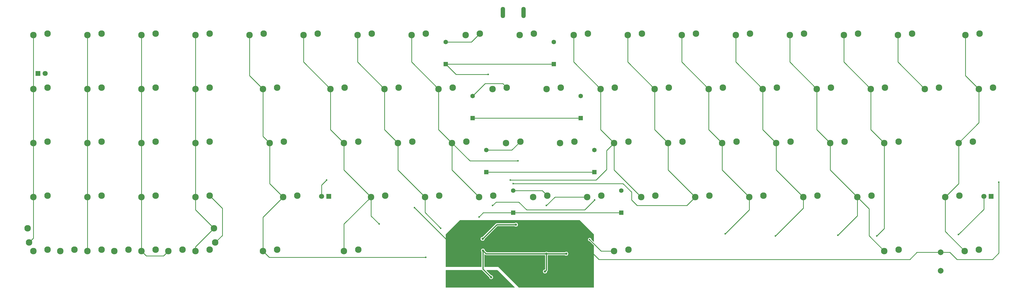
<source format=gtl>
G04 #@! TF.GenerationSoftware,KiCad,Pcbnew,(6.0.0)*
G04 #@! TF.CreationDate,2022-03-08T15:03:57-05:00*
G04 #@! TF.ProjectId,next,6e657874-2e6b-4696-9361-645f70636258,rev?*
G04 #@! TF.SameCoordinates,Original*
G04 #@! TF.FileFunction,Copper,L1,Top*
G04 #@! TF.FilePolarity,Positive*
%FSLAX46Y46*%
G04 Gerber Fmt 4.6, Leading zero omitted, Abs format (unit mm)*
G04 Created by KiCad (PCBNEW (6.0.0)) date 2022-03-08 15:03:57*
%MOMM*%
%LPD*%
G01*
G04 APERTURE LIST*
G04 #@! TA.AperFunction,ComponentPad*
%ADD10C,2.300000*%
G04 #@! TD*
G04 #@! TA.AperFunction,ComponentPad*
%ADD11R,1.800000X1.800000*%
G04 #@! TD*
G04 #@! TA.AperFunction,ComponentPad*
%ADD12C,1.800000*%
G04 #@! TD*
G04 #@! TA.AperFunction,ComponentPad*
%ADD13O,1.500000X4.000000*%
G04 #@! TD*
G04 #@! TA.AperFunction,ComponentPad*
%ADD14R,1.600000X1.600000*%
G04 #@! TD*
G04 #@! TA.AperFunction,ComponentPad*
%ADD15C,1.600000*%
G04 #@! TD*
G04 #@! TA.AperFunction,ComponentPad*
%ADD16C,2.000000*%
G04 #@! TD*
G04 #@! TA.AperFunction,ViaPad*
%ADD17C,0.600000*%
G04 #@! TD*
G04 #@! TA.AperFunction,ViaPad*
%ADD18C,0.800000*%
G04 #@! TD*
G04 #@! TA.AperFunction,Conductor*
%ADD19C,0.254000*%
G04 #@! TD*
G04 #@! TA.AperFunction,Conductor*
%ADD20C,0.381000*%
G04 #@! TD*
G04 APERTURE END LIST*
D10*
X35600000Y-34100000D03*
X40600000Y-33600000D03*
X35600000Y-53150000D03*
X40600000Y-52650000D03*
X35600000Y-72200000D03*
X40600000Y-71700000D03*
X35600000Y-91250000D03*
X40600000Y-90750000D03*
X35600000Y-110300000D03*
X40600000Y-109800000D03*
X73700000Y-34100000D03*
X78700000Y-33600000D03*
X73700000Y-53150000D03*
X78700000Y-52650000D03*
X73700000Y-72200000D03*
X78700000Y-71700000D03*
X73700000Y-91250000D03*
X78700000Y-90750000D03*
X73700000Y-110300000D03*
X78700000Y-109800000D03*
X92750000Y-34100000D03*
X97750000Y-33600000D03*
X92750000Y-53150000D03*
X97750000Y-52650000D03*
X92750000Y-72200000D03*
X97750000Y-71700000D03*
X92750000Y-91250000D03*
X97750000Y-90750000D03*
X92750000Y-110300000D03*
X97750000Y-109800000D03*
X111800000Y-34100000D03*
X116800000Y-33600000D03*
X116562500Y-53150000D03*
X121562500Y-52650000D03*
X118943750Y-72200000D03*
X123943750Y-71700000D03*
X123706250Y-91250000D03*
X128706250Y-90750000D03*
X116562500Y-110300000D03*
X121562500Y-109800000D03*
X130850000Y-34100000D03*
X135850000Y-33600000D03*
X140375000Y-53150000D03*
X145375000Y-52650000D03*
X145137500Y-72200000D03*
X150137500Y-71700000D03*
X154662500Y-91250000D03*
X159662500Y-90750000D03*
X145137500Y-110300000D03*
X150137500Y-109800000D03*
X149900000Y-34100000D03*
X154900000Y-33600000D03*
X159425000Y-53150000D03*
X164425000Y-52650000D03*
X164187500Y-72200000D03*
X169187500Y-71700000D03*
X173712500Y-91250000D03*
X178712500Y-90750000D03*
X168950000Y-34100000D03*
X173950000Y-33600000D03*
X178475000Y-53150000D03*
X183475000Y-52650000D03*
X183237500Y-72200000D03*
X188237500Y-71700000D03*
X192762500Y-91250000D03*
X197762500Y-90750000D03*
X188000000Y-34100000D03*
X193000000Y-33600000D03*
X197525000Y-53150000D03*
X202525000Y-52650000D03*
X202287500Y-72200000D03*
X207287500Y-71700000D03*
X211812500Y-91250000D03*
X216812500Y-90750000D03*
X207050000Y-34100000D03*
X212050000Y-33600000D03*
X216575000Y-53150000D03*
X221575000Y-52650000D03*
X221337500Y-72200000D03*
X226337500Y-71700000D03*
X230862500Y-91250000D03*
X235862500Y-90750000D03*
X240387500Y-110300000D03*
X245387500Y-109800000D03*
X226100000Y-34100000D03*
X231100000Y-33600000D03*
X235625000Y-53150000D03*
X240625000Y-52650000D03*
X240387500Y-72200000D03*
X245387500Y-71700000D03*
X249912500Y-91250000D03*
X254912500Y-90750000D03*
X245150000Y-34100000D03*
X250150000Y-33600000D03*
X254675000Y-53150000D03*
X259675000Y-52650000D03*
X259437500Y-72200000D03*
X264437500Y-71700000D03*
X268962500Y-91250000D03*
X273962500Y-90750000D03*
X264200000Y-34100000D03*
X269200000Y-33600000D03*
X273725000Y-53150000D03*
X278725000Y-52650000D03*
X278487500Y-72200000D03*
X283487500Y-71700000D03*
X288012500Y-91250000D03*
X293012500Y-90750000D03*
X283250000Y-34100000D03*
X288250000Y-33600000D03*
X292775000Y-53150000D03*
X297775000Y-52650000D03*
X297537500Y-72200000D03*
X302537500Y-71700000D03*
X307062500Y-91250000D03*
X312062500Y-90750000D03*
X302300000Y-34100000D03*
X307300000Y-33600000D03*
X311825000Y-53150000D03*
X316825000Y-52650000D03*
X316587500Y-72200000D03*
X321587500Y-71700000D03*
X326112500Y-91250000D03*
X331112500Y-90750000D03*
X335637500Y-110300000D03*
X340637500Y-109800000D03*
X321350000Y-34100000D03*
X326350000Y-33600000D03*
X330875000Y-53150000D03*
X335875000Y-52650000D03*
X335637500Y-72200000D03*
X340637500Y-71700000D03*
X349925000Y-53150000D03*
X354925000Y-52650000D03*
X340400000Y-34100000D03*
X345400000Y-33600000D03*
X364212500Y-34100000D03*
X369212500Y-33600000D03*
D11*
X373250000Y-91000000D03*
D12*
X370710000Y-91000000D03*
D11*
X37250000Y-47625000D03*
D12*
X39790000Y-47625000D03*
D11*
X139750000Y-91000000D03*
D12*
X137210000Y-91000000D03*
D10*
X34100000Y-107275000D03*
X33600000Y-102275000D03*
X45125000Y-110300000D03*
X50125000Y-109800000D03*
X64175000Y-110300000D03*
X69175000Y-109800000D03*
X83225000Y-110300000D03*
X88225000Y-109800000D03*
X99250000Y-102275000D03*
X99750000Y-107275000D03*
X368975000Y-53150000D03*
X373975000Y-52650000D03*
X361831250Y-72200000D03*
X366831250Y-71700000D03*
X357068750Y-91250000D03*
X362068750Y-90750000D03*
X363975000Y-110300000D03*
X368975000Y-109800000D03*
X54650000Y-34100000D03*
X59650000Y-33600000D03*
X54650000Y-53150000D03*
X59650000Y-52650000D03*
X54650000Y-72200000D03*
X59650000Y-71700000D03*
X54650000Y-91250000D03*
X59650000Y-90750000D03*
X54650000Y-110300000D03*
X59650000Y-109800000D03*
D13*
X201137500Y-26175000D03*
X208437500Y-26175000D03*
D14*
X204787500Y-96768750D03*
D15*
X204787500Y-88968750D03*
D14*
X180975000Y-44381250D03*
D15*
X180975000Y-36581250D03*
D14*
X190500000Y-63431250D03*
D15*
X190500000Y-55631250D03*
D14*
X233362500Y-82481250D03*
D15*
X233362500Y-74681250D03*
D14*
X242887500Y-96768750D03*
D15*
X242887500Y-88968750D03*
D14*
X195262500Y-82481250D03*
D15*
X195262500Y-74681250D03*
D14*
X228600000Y-63431250D03*
D15*
X228600000Y-55631250D03*
D14*
X219075000Y-44381250D03*
D15*
X219075000Y-36581250D03*
D16*
X355500000Y-110750000D03*
X355500000Y-117250000D03*
D17*
X182999988Y-108000000D03*
X170000003Y-95000003D03*
X194250000Y-118500000D03*
X221250000Y-106750000D03*
X376000000Y-86000000D03*
X218250000Y-106750000D03*
X228500000Y-106750000D03*
D18*
X205750000Y-101000000D03*
X216500000Y-111250000D03*
X197000000Y-119500000D03*
X216000000Y-117500000D03*
X194000000Y-106000000D03*
X194125001Y-110124999D03*
X223500000Y-111250000D03*
D17*
X196000000Y-48000000D03*
X192750000Y-98250000D03*
X138999996Y-85249996D03*
X361750000Y-104500000D03*
X174000000Y-112500000D03*
X157500000Y-100750000D03*
X179250000Y-102250000D03*
X206500000Y-78500000D03*
X216499996Y-94250000D03*
X231749986Y-106250000D03*
X203750000Y-85250000D03*
X204750000Y-86500000D03*
X279506250Y-104256250D03*
X297250000Y-105000000D03*
X319250000Y-104750000D03*
X333000000Y-105000008D03*
X197500000Y-94250006D03*
X233500000Y-92250000D03*
D19*
X358750000Y-110750000D02*
X361250000Y-113250000D01*
X170000000Y-95000000D02*
X182999988Y-107999988D01*
X228500000Y-106750000D02*
X235000000Y-113250000D01*
X355500000Y-110750000D02*
X358750000Y-110750000D01*
X182999988Y-107999988D02*
X182999988Y-108000000D01*
X376000000Y-86000000D02*
X376000000Y-111000000D01*
X347125000Y-110750000D02*
X355500000Y-110750000D01*
X221250000Y-106750000D02*
X228500000Y-106750000D01*
X344625000Y-113250000D02*
X347125000Y-110750000D01*
X221250000Y-106750000D02*
X218250000Y-106750000D01*
X361250000Y-113250000D02*
X373750000Y-113250000D01*
X235000000Y-113250000D02*
X344625000Y-113250000D01*
X376000000Y-111000000D02*
X373750000Y-113250000D01*
D20*
X194125001Y-110124999D02*
X194125001Y-116625001D01*
X194125001Y-116625001D02*
X197000000Y-119500000D01*
X195250002Y-111250000D02*
X194125001Y-110124999D01*
X216500000Y-111250000D02*
X195250002Y-111250000D01*
X216500000Y-117000000D02*
X216000000Y-117500000D01*
X199000000Y-101000000D02*
X194000000Y-106000000D01*
X216500000Y-111250000D02*
X223500000Y-111250000D01*
X216500000Y-117000000D02*
X216500000Y-111250000D01*
X205750000Y-101000000D02*
X199000000Y-101000000D01*
D19*
X102250000Y-104775000D02*
X102250000Y-95250000D01*
X99750000Y-107275000D02*
X102250000Y-104775000D01*
X102250000Y-95250000D02*
X97750000Y-90750000D01*
X219075000Y-44381250D02*
X180975000Y-44381250D01*
X184593750Y-48000000D02*
X180975000Y-44381250D01*
X196000000Y-48000000D02*
X184593750Y-48000000D01*
X180975000Y-36581250D02*
X190018750Y-36581250D01*
X190018750Y-36581250D02*
X193000000Y-33600000D01*
X190500000Y-63431250D02*
X228600000Y-63431250D01*
X202525000Y-52650000D02*
X201125000Y-51250000D01*
X201125000Y-51250000D02*
X194881250Y-51250000D01*
X194881250Y-51250000D02*
X190500000Y-55631250D01*
X195262500Y-82481250D02*
X233362500Y-82481250D01*
X204306250Y-74681250D02*
X207287500Y-71700000D01*
X195262500Y-74681250D02*
X204306250Y-74681250D01*
X242887500Y-96768750D02*
X204787500Y-96768750D01*
X204787500Y-96768750D02*
X194231250Y-96768750D01*
X194231250Y-96768750D02*
X192750000Y-98250000D01*
X204787500Y-88968750D02*
X215031250Y-88968750D01*
X215031250Y-88968750D02*
X216812500Y-90750000D01*
X137210000Y-87039992D02*
X138999996Y-85249996D01*
X137210000Y-91000000D02*
X137210000Y-87039992D01*
X370710000Y-95540000D02*
X370710000Y-91000000D01*
X361750000Y-104500000D02*
X370710000Y-95540000D01*
X35600000Y-72200000D02*
X35600000Y-34100000D01*
X35600000Y-72200000D02*
X35600000Y-91250000D01*
X35600000Y-105775000D02*
X35600000Y-91250000D01*
X34100000Y-107275000D02*
X35600000Y-105775000D01*
X54650000Y-72200000D02*
X54650000Y-91250000D01*
X54650000Y-91250000D02*
X54650000Y-110300000D01*
X54650000Y-72200000D02*
X54650000Y-34100000D01*
X73700000Y-110300000D02*
X75400000Y-112000000D01*
X81525000Y-112000000D02*
X83225000Y-110300000D01*
X73700000Y-91250000D02*
X73700000Y-110300000D01*
X75400000Y-112000000D02*
X81525000Y-112000000D01*
X73700000Y-72200000D02*
X73700000Y-91250000D01*
X73700000Y-72200000D02*
X73700000Y-34100000D01*
X92750000Y-95775000D02*
X99250000Y-102275000D01*
X92750000Y-91250000D02*
X92750000Y-95775000D01*
X99250000Y-102275000D02*
X92750000Y-108775000D01*
X92750000Y-72200000D02*
X92750000Y-91250000D01*
X92750000Y-72200000D02*
X92750000Y-34100000D01*
X92750000Y-108775000D02*
X92750000Y-110300000D01*
X116562500Y-110300000D02*
X118762500Y-112500000D01*
X118943750Y-72200000D02*
X118943750Y-86487500D01*
X118762500Y-112500000D02*
X174000000Y-112500000D01*
X116562500Y-53150000D02*
X116562500Y-69818750D01*
X111800000Y-34100000D02*
X111800000Y-48387500D01*
X111800000Y-48387500D02*
X116562500Y-53150000D01*
X116562500Y-69818750D02*
X118943750Y-72200000D01*
X118943750Y-86487500D02*
X123706250Y-91250000D01*
X116562500Y-98393750D02*
X123706250Y-91250000D01*
X116562500Y-110300000D02*
X116562500Y-98393750D01*
X130850000Y-34100000D02*
X130850000Y-43625000D01*
X154662500Y-96912500D02*
X154662500Y-91250000D01*
X157500000Y-100750000D02*
X154662500Y-97912500D01*
X130850000Y-43625000D02*
X140375000Y-53150000D01*
X145137500Y-110300000D02*
X145137500Y-100775000D01*
X145137500Y-100775000D02*
X154662500Y-91250000D01*
X145137500Y-72200000D02*
X145137500Y-81725000D01*
X140375000Y-67437500D02*
X145137500Y-72200000D01*
X145137500Y-81725000D02*
X154662500Y-91250000D01*
X154662500Y-97912500D02*
X154662500Y-96912500D01*
X140375000Y-53150000D02*
X140375000Y-67437500D01*
X159425000Y-53150000D02*
X159425000Y-67437500D01*
X159425000Y-67437500D02*
X164187500Y-72200000D01*
X164187500Y-81725000D02*
X173712500Y-91250000D01*
X149900000Y-43625000D02*
X159425000Y-53150000D01*
X173712500Y-91250000D02*
X173712500Y-96712500D01*
X173712500Y-96712500D02*
X179250000Y-102250000D01*
X164187500Y-72200000D02*
X164187500Y-81725000D01*
X149900000Y-34100000D02*
X149900000Y-43625000D01*
X178475000Y-53150000D02*
X178475000Y-67437500D01*
X168950000Y-43625000D02*
X178475000Y-53150000D01*
X183237500Y-72200000D02*
X189537500Y-78500000D01*
X178475000Y-67437500D02*
X183237500Y-72200000D01*
X183237500Y-81725000D02*
X192762500Y-91250000D01*
X183237500Y-72200000D02*
X183237500Y-81725000D01*
X206500000Y-78500000D02*
X189537500Y-78500000D01*
X168950000Y-34100000D02*
X168950000Y-43625000D01*
X230862500Y-91250000D02*
X219499996Y-91250000D01*
X235799986Y-110300000D02*
X231749986Y-106250000D01*
X240387500Y-110300000D02*
X235799986Y-110300000D01*
X219499996Y-91250000D02*
X216499996Y-94250000D01*
X226100000Y-34100000D02*
X226100000Y-43625000D01*
X203750000Y-85250000D02*
X234000000Y-85250000D01*
X240387500Y-72200000D02*
X240387500Y-81725000D01*
X240387500Y-81725000D02*
X249912500Y-91250000D01*
X237750000Y-81500000D02*
X237750000Y-74837500D01*
X235625000Y-53150000D02*
X235625000Y-67437500D01*
X234000000Y-85250000D02*
X237750000Y-81500000D01*
X237750000Y-74837500D02*
X240387500Y-72200000D01*
X226100000Y-43625000D02*
X235625000Y-53150000D01*
X235625000Y-67437500D02*
X240387500Y-72200000D01*
X265962500Y-94250000D02*
X268962500Y-91250000D01*
X243500000Y-86500000D02*
X246500000Y-89500000D01*
X245150000Y-34100000D02*
X245150000Y-43625000D01*
X254675000Y-53150000D02*
X254675000Y-67437500D01*
X254675000Y-67437500D02*
X259437500Y-72200000D01*
X259437500Y-72200000D02*
X259437500Y-81725000D01*
X248500000Y-94250000D02*
X265962500Y-94250000D01*
X259437500Y-81725000D02*
X268962500Y-91250000D01*
X245150000Y-43625000D02*
X254675000Y-53150000D01*
X246500000Y-92250000D02*
X248500000Y-94250000D01*
X204750000Y-86500000D02*
X243500000Y-86500000D01*
X246500000Y-89500000D02*
X246500000Y-92250000D01*
X278487500Y-81725000D02*
X288012500Y-91250000D01*
X278487500Y-72200000D02*
X278487500Y-81725000D01*
X279506250Y-104256250D02*
X288012500Y-95750000D01*
X288012500Y-95750000D02*
X288012500Y-91250000D01*
X273725000Y-53150000D02*
X273725000Y-67437500D01*
X264200000Y-43625000D02*
X273725000Y-53150000D01*
X273725000Y-67437500D02*
X278487500Y-72200000D01*
X264200000Y-34100000D02*
X264200000Y-43625000D01*
X292775000Y-67437500D02*
X297537500Y-72200000D01*
X307062500Y-95187500D02*
X297250000Y-105000000D01*
X292775000Y-53150000D02*
X292775000Y-67437500D01*
X297537500Y-72200000D02*
X297537500Y-81725000D01*
X283250000Y-34100000D02*
X283250000Y-43625000D01*
X283250000Y-43625000D02*
X292775000Y-53150000D01*
X307062500Y-91250000D02*
X307062500Y-95187500D01*
X297537500Y-81725000D02*
X307062500Y-91250000D01*
X311825000Y-53150000D02*
X311825000Y-67437500D01*
X302300000Y-43625000D02*
X311825000Y-53150000D01*
X316587500Y-72200000D02*
X316587500Y-81725000D01*
X330250000Y-95387500D02*
X326112500Y-91250000D01*
X302300000Y-34100000D02*
X302300000Y-43625000D01*
X330250000Y-104912500D02*
X330250000Y-95387500D01*
X311825000Y-67437500D02*
X316587500Y-72200000D01*
X326112500Y-97887500D02*
X319250000Y-104750000D01*
X335637500Y-110300000D02*
X330250000Y-104912500D01*
X326112500Y-91250000D02*
X326112500Y-97887500D01*
X316587500Y-81725000D02*
X326112500Y-91250000D01*
X330875000Y-53150000D02*
X330875000Y-67437500D01*
X335637500Y-102362508D02*
X333000000Y-105000008D01*
X340400000Y-43625000D02*
X349925000Y-53150000D01*
X321350000Y-43625000D02*
X330875000Y-53150000D01*
X330875000Y-67437500D02*
X335637500Y-72200000D01*
X340400000Y-34100000D02*
X340400000Y-43625000D01*
X335637500Y-72200000D02*
X335637500Y-102362508D01*
X321350000Y-34100000D02*
X321350000Y-43625000D01*
X209500000Y-95750000D02*
X230000000Y-95750000D01*
X368975000Y-65056250D02*
X361831250Y-72200000D01*
X357068750Y-91250000D02*
X357068750Y-103393750D01*
X361831250Y-86487500D02*
X357068750Y-91250000D01*
X357068750Y-103393750D02*
X363975000Y-110300000D01*
X364212500Y-34100000D02*
X364212500Y-48387500D01*
X368975000Y-53150000D02*
X368975000Y-65056250D01*
X364212500Y-48387500D02*
X368975000Y-53150000D01*
X230000000Y-95750000D02*
X233500000Y-92250000D01*
X198750006Y-93000000D02*
X206750000Y-93000000D01*
X361831250Y-72200000D02*
X361831250Y-86487500D01*
X206750000Y-93000000D02*
X209500000Y-95750000D01*
X197500000Y-94250006D02*
X198750006Y-93000000D01*
G04 #@! TA.AperFunction,Conductor*
G36*
X228267183Y-99447545D02*
G01*
X228278996Y-99457634D01*
X233221004Y-104399642D01*
X233248781Y-104454159D01*
X233250000Y-104469646D01*
X233250000Y-106906430D01*
X233231093Y-106964621D01*
X233181593Y-107000585D01*
X233120407Y-107000585D01*
X233080996Y-106976434D01*
X232379598Y-106275036D01*
X232351449Y-106217954D01*
X232335030Y-106093238D01*
X232274522Y-105947159D01*
X232178268Y-105821718D01*
X232052827Y-105725464D01*
X231906748Y-105664956D01*
X231749986Y-105644318D01*
X231593224Y-105664956D01*
X231447145Y-105725464D01*
X231321704Y-105821718D01*
X231225450Y-105947159D01*
X231164942Y-106093238D01*
X231144304Y-106250000D01*
X231164942Y-106406762D01*
X231225450Y-106552841D01*
X231321704Y-106678282D01*
X231447145Y-106774536D01*
X231593224Y-106835044D01*
X231717940Y-106851463D01*
X231775022Y-106879612D01*
X233221004Y-108325594D01*
X233248781Y-108380111D01*
X233250000Y-108395598D01*
X233250000Y-123101000D01*
X233231093Y-123159191D01*
X233181593Y-123195155D01*
X233151000Y-123200000D01*
X206812370Y-123200000D01*
X206754179Y-123181093D01*
X206742366Y-123171004D01*
X199500000Y-115928638D01*
X194715001Y-115928638D01*
X194656810Y-115909731D01*
X194620846Y-115860231D01*
X194616001Y-115829638D01*
X194616001Y-111549386D01*
X194634908Y-111491195D01*
X194684408Y-111455231D01*
X194745594Y-111455231D01*
X194785005Y-111479382D01*
X194856081Y-111550458D01*
X194863866Y-111560202D01*
X194863909Y-111560165D01*
X194868480Y-111565536D01*
X194872242Y-111571499D01*
X194877524Y-111576164D01*
X194877525Y-111576165D01*
X194911710Y-111606356D01*
X194916179Y-111610556D01*
X194927742Y-111622119D01*
X194930568Y-111624237D01*
X194936562Y-111628730D01*
X194942721Y-111633745D01*
X194977660Y-111664601D01*
X194986479Y-111668742D01*
X194986595Y-111668796D01*
X195003894Y-111679191D01*
X195011788Y-111685107D01*
X195055448Y-111701475D01*
X195062762Y-111704557D01*
X195098589Y-111721378D01*
X195098591Y-111721379D01*
X195104971Y-111724374D01*
X195111938Y-111725459D01*
X195114718Y-111725892D01*
X195134242Y-111731014D01*
X195136877Y-111732002D01*
X195136879Y-111732003D01*
X195143483Y-111734478D01*
X195150515Y-111735001D01*
X195150517Y-111735001D01*
X195189991Y-111737934D01*
X195197886Y-111738841D01*
X195211752Y-111741000D01*
X195227580Y-111741000D01*
X195234915Y-111741272D01*
X195283741Y-111744900D01*
X195290636Y-111743428D01*
X195290638Y-111743428D01*
X195291794Y-111743181D01*
X195312461Y-111741000D01*
X215910000Y-111741000D01*
X215968191Y-111759907D01*
X216004155Y-111809407D01*
X216009000Y-111840000D01*
X216009000Y-116701121D01*
X215990093Y-116759312D01*
X215940593Y-116795276D01*
X215923265Y-116799054D01*
X215918895Y-116799031D01*
X215754032Y-116838612D01*
X215678700Y-116877494D01*
X215608675Y-116913636D01*
X215608673Y-116913638D01*
X215603369Y-116916375D01*
X215475604Y-117027831D01*
X215472173Y-117032713D01*
X215472172Y-117032714D01*
X215400085Y-117135284D01*
X215378113Y-117166547D01*
X215316524Y-117324513D01*
X215294394Y-117492611D01*
X215295049Y-117498544D01*
X215295049Y-117498548D01*
X215296841Y-117514778D01*
X215312999Y-117661135D01*
X215371266Y-117820356D01*
X215374591Y-117825305D01*
X215374592Y-117825306D01*
X215387689Y-117844796D01*
X215465830Y-117961083D01*
X215591233Y-118075191D01*
X215740235Y-118156092D01*
X215775189Y-118165262D01*
X215898464Y-118197603D01*
X215898468Y-118197604D01*
X215904233Y-118199116D01*
X215910194Y-118199210D01*
X215910197Y-118199210D01*
X215988965Y-118200447D01*
X216073760Y-118201779D01*
X216079575Y-118200447D01*
X216079577Y-118200447D01*
X216233206Y-118165262D01*
X216233209Y-118165261D01*
X216239029Y-118163928D01*
X216254610Y-118156092D01*
X216385165Y-118090429D01*
X216390498Y-118087747D01*
X216395035Y-118083872D01*
X216395038Y-118083870D01*
X216514888Y-117981508D01*
X216514891Y-117981505D01*
X216519423Y-117977634D01*
X216618361Y-117839947D01*
X216681601Y-117682634D01*
X216705132Y-117517294D01*
X216733140Y-117461239D01*
X216800458Y-117393921D01*
X216810202Y-117386136D01*
X216810165Y-117386093D01*
X216815536Y-117381522D01*
X216821499Y-117377760D01*
X216856356Y-117338292D01*
X216860556Y-117333823D01*
X216872119Y-117322260D01*
X216874598Y-117318952D01*
X216878730Y-117313440D01*
X216883746Y-117307279D01*
X216909931Y-117277630D01*
X216909931Y-117277629D01*
X216914601Y-117272342D01*
X216918796Y-117263407D01*
X216929191Y-117246108D01*
X216930875Y-117243861D01*
X216930875Y-117243860D01*
X216935107Y-117238214D01*
X216951475Y-117194554D01*
X216954557Y-117187240D01*
X216971378Y-117151413D01*
X216971379Y-117151411D01*
X216974374Y-117145031D01*
X216975892Y-117135284D01*
X216981014Y-117115760D01*
X216982002Y-117113125D01*
X216982003Y-117113123D01*
X216984478Y-117106519D01*
X216987934Y-117060011D01*
X216988841Y-117052117D01*
X216990410Y-117042038D01*
X216991000Y-117038250D01*
X216991000Y-117022422D01*
X216991272Y-117015086D01*
X216994377Y-116973294D01*
X216994900Y-116966261D01*
X216993181Y-116958208D01*
X216991000Y-116937541D01*
X216991000Y-111840000D01*
X217009907Y-111781809D01*
X217059407Y-111745845D01*
X217090000Y-111741000D01*
X222960408Y-111741000D01*
X223018599Y-111759907D01*
X223027036Y-111766777D01*
X223086814Y-111821171D01*
X223086819Y-111821174D01*
X223091233Y-111825191D01*
X223240235Y-111906092D01*
X223275189Y-111915262D01*
X223398464Y-111947603D01*
X223398468Y-111947604D01*
X223404233Y-111949116D01*
X223410194Y-111949210D01*
X223410197Y-111949210D01*
X223488996Y-111950447D01*
X223573760Y-111951779D01*
X223579575Y-111950447D01*
X223579577Y-111950447D01*
X223733206Y-111915262D01*
X223733209Y-111915261D01*
X223739029Y-111913928D01*
X223754610Y-111906092D01*
X223885165Y-111840429D01*
X223890498Y-111837747D01*
X223895035Y-111833872D01*
X223895038Y-111833870D01*
X224014888Y-111731508D01*
X224014891Y-111731505D01*
X224019423Y-111727634D01*
X224022904Y-111722790D01*
X224114877Y-111594796D01*
X224114878Y-111594794D01*
X224118361Y-111589947D01*
X224123902Y-111576165D01*
X224179377Y-111438167D01*
X224179378Y-111438165D01*
X224181601Y-111432634D01*
X224182442Y-111426727D01*
X224205034Y-111267985D01*
X224205034Y-111267979D01*
X224205490Y-111264778D01*
X224205645Y-111250000D01*
X224185276Y-111081680D01*
X224125345Y-110923077D01*
X224029312Y-110783349D01*
X223902721Y-110670560D01*
X223752881Y-110591224D01*
X223670661Y-110570571D01*
X223594231Y-110551373D01*
X223594228Y-110551373D01*
X223588441Y-110549919D01*
X223502841Y-110549471D01*
X223424861Y-110549062D01*
X223424859Y-110549062D01*
X223418895Y-110549031D01*
X223413099Y-110550423D01*
X223413095Y-110550423D01*
X223305703Y-110576207D01*
X223254032Y-110588612D01*
X223183532Y-110625000D01*
X223108675Y-110663636D01*
X223108673Y-110663638D01*
X223103369Y-110666375D01*
X223098874Y-110670297D01*
X223098870Y-110670299D01*
X223025157Y-110734603D01*
X222968877Y-110758608D01*
X222960077Y-110759000D01*
X217039689Y-110759000D01*
X216981498Y-110740093D01*
X216973831Y-110733917D01*
X216915647Y-110682077D01*
X216902721Y-110670560D01*
X216752881Y-110591224D01*
X216670661Y-110570571D01*
X216594231Y-110551373D01*
X216594228Y-110551373D01*
X216588441Y-110549919D01*
X216502841Y-110549471D01*
X216424861Y-110549062D01*
X216424859Y-110549062D01*
X216418895Y-110549031D01*
X216413099Y-110550423D01*
X216413095Y-110550423D01*
X216305703Y-110576207D01*
X216254032Y-110588612D01*
X216183532Y-110625000D01*
X216108675Y-110663636D01*
X216108673Y-110663638D01*
X216103369Y-110666375D01*
X216098874Y-110670297D01*
X216098870Y-110670299D01*
X216025157Y-110734603D01*
X215968877Y-110758608D01*
X215960077Y-110759000D01*
X195494388Y-110759000D01*
X195436197Y-110740093D01*
X195424384Y-110730004D01*
X194856369Y-110161989D01*
X194828090Y-110103878D01*
X194810994Y-109962602D01*
X194810994Y-109962600D01*
X194810277Y-109956679D01*
X194750346Y-109798076D01*
X194654313Y-109658348D01*
X194527722Y-109545559D01*
X194377882Y-109466223D01*
X194295662Y-109445570D01*
X194219232Y-109426372D01*
X194219229Y-109426372D01*
X194213442Y-109424918D01*
X194127842Y-109424470D01*
X194049862Y-109424061D01*
X194049860Y-109424061D01*
X194043896Y-109424030D01*
X194038100Y-109425422D01*
X194038096Y-109425422D01*
X193930704Y-109451206D01*
X193879033Y-109463611D01*
X193803702Y-109502492D01*
X193733676Y-109538635D01*
X193733674Y-109538637D01*
X193728370Y-109541374D01*
X193600605Y-109652830D01*
X193503114Y-109791546D01*
X193441525Y-109949512D01*
X193419395Y-110117610D01*
X193420050Y-110123543D01*
X193420050Y-110123547D01*
X193424294Y-110161989D01*
X193438000Y-110286134D01*
X193496267Y-110445355D01*
X193590831Y-110586082D01*
X193601629Y-110595907D01*
X193631944Y-110649053D01*
X193634001Y-110669131D01*
X193634001Y-115829638D01*
X193615094Y-115887829D01*
X193565594Y-115923793D01*
X193535001Y-115928638D01*
X181099000Y-115928638D01*
X181040809Y-115909731D01*
X181004845Y-115860231D01*
X181000000Y-115829638D01*
X181000000Y-105992611D01*
X193294394Y-105992611D01*
X193295049Y-105998544D01*
X193295049Y-105998548D01*
X193312344Y-106155204D01*
X193312999Y-106161135D01*
X193371266Y-106320356D01*
X193374591Y-106325305D01*
X193374592Y-106325306D01*
X193387689Y-106344796D01*
X193465830Y-106461083D01*
X193591233Y-106575191D01*
X193740235Y-106656092D01*
X193775189Y-106665262D01*
X193898464Y-106697603D01*
X193898468Y-106697604D01*
X193904233Y-106699116D01*
X193910194Y-106699210D01*
X193910197Y-106699210D01*
X193988996Y-106700447D01*
X194073760Y-106701779D01*
X194079575Y-106700447D01*
X194079577Y-106700447D01*
X194233206Y-106665262D01*
X194233209Y-106665261D01*
X194239029Y-106663928D01*
X194254610Y-106656092D01*
X194385165Y-106590429D01*
X194390498Y-106587747D01*
X194395035Y-106583872D01*
X194395038Y-106583870D01*
X194514888Y-106481508D01*
X194514891Y-106481505D01*
X194519423Y-106477634D01*
X194534875Y-106456130D01*
X194614877Y-106344796D01*
X194614878Y-106344794D01*
X194618361Y-106339947D01*
X194644456Y-106275036D01*
X194679377Y-106188167D01*
X194679378Y-106188165D01*
X194681601Y-106182634D01*
X194705132Y-106017294D01*
X194733140Y-105961239D01*
X199174383Y-101519996D01*
X199228900Y-101492219D01*
X199244387Y-101491000D01*
X205210408Y-101491000D01*
X205268599Y-101509907D01*
X205277036Y-101516777D01*
X205336814Y-101571171D01*
X205336819Y-101571174D01*
X205341233Y-101575191D01*
X205490235Y-101656092D01*
X205525189Y-101665262D01*
X205648464Y-101697603D01*
X205648468Y-101697604D01*
X205654233Y-101699116D01*
X205660194Y-101699210D01*
X205660197Y-101699210D01*
X205738965Y-101700447D01*
X205823760Y-101701779D01*
X205829575Y-101700447D01*
X205829577Y-101700447D01*
X205983206Y-101665262D01*
X205983209Y-101665261D01*
X205989029Y-101663928D01*
X206004610Y-101656092D01*
X206135165Y-101590429D01*
X206140498Y-101587747D01*
X206145035Y-101583872D01*
X206145038Y-101583870D01*
X206264888Y-101481508D01*
X206264891Y-101481505D01*
X206269423Y-101477634D01*
X206368361Y-101339947D01*
X206431601Y-101182634D01*
X206455490Y-101014778D01*
X206455645Y-101000000D01*
X206435276Y-100831680D01*
X206375345Y-100673077D01*
X206353956Y-100641955D01*
X206282692Y-100538267D01*
X206279312Y-100533349D01*
X206152721Y-100420560D01*
X206002881Y-100341224D01*
X205920661Y-100320571D01*
X205844231Y-100301373D01*
X205844228Y-100301373D01*
X205838441Y-100299919D01*
X205752841Y-100299471D01*
X205674861Y-100299062D01*
X205674859Y-100299062D01*
X205668895Y-100299031D01*
X205663099Y-100300423D01*
X205663095Y-100300423D01*
X205555703Y-100326207D01*
X205504032Y-100338612D01*
X205428701Y-100377493D01*
X205358675Y-100413636D01*
X205358673Y-100413638D01*
X205353369Y-100416375D01*
X205348874Y-100420297D01*
X205348870Y-100420299D01*
X205275157Y-100484603D01*
X205218877Y-100508608D01*
X205210077Y-100509000D01*
X199066095Y-100509000D01*
X199053698Y-100507615D01*
X199053693Y-100507671D01*
X199046661Y-100507105D01*
X199039783Y-100505549D01*
X198987221Y-100508810D01*
X198981091Y-100509000D01*
X198964745Y-100509000D01*
X198961260Y-100509499D01*
X198961248Y-100509500D01*
X198953841Y-100510561D01*
X198945939Y-100511371D01*
X198906448Y-100513821D01*
X198906446Y-100513821D01*
X198899408Y-100514258D01*
X198890119Y-100517611D01*
X198870544Y-100522491D01*
X198867763Y-100522889D01*
X198867761Y-100522890D01*
X198860776Y-100523890D01*
X198854354Y-100526810D01*
X198854350Y-100526811D01*
X198818338Y-100543185D01*
X198810978Y-100546181D01*
X198773758Y-100559617D01*
X198773756Y-100559618D01*
X198767119Y-100562014D01*
X198761420Y-100566177D01*
X198761419Y-100566178D01*
X198759154Y-100567833D01*
X198741727Y-100578017D01*
X198739160Y-100579184D01*
X198739157Y-100579186D01*
X198732743Y-100582102D01*
X198697419Y-100612540D01*
X198691202Y-100617477D01*
X198679858Y-100625764D01*
X198668661Y-100636961D01*
X198663281Y-100641955D01*
X198632873Y-100668157D01*
X198626196Y-100673910D01*
X198621716Y-100680821D01*
X198608648Y-100696974D01*
X194035345Y-105270277D01*
X193980828Y-105298054D01*
X193964827Y-105299272D01*
X193939854Y-105299141D01*
X193924860Y-105299062D01*
X193924858Y-105299062D01*
X193918895Y-105299031D01*
X193913099Y-105300423D01*
X193913095Y-105300423D01*
X193805703Y-105326207D01*
X193754032Y-105338612D01*
X193678700Y-105377494D01*
X193608675Y-105413636D01*
X193608673Y-105413638D01*
X193603369Y-105416375D01*
X193475604Y-105527831D01*
X193378113Y-105666547D01*
X193316524Y-105824513D01*
X193294394Y-105992611D01*
X181000000Y-105992611D01*
X181000000Y-104469646D01*
X181018907Y-104411455D01*
X181028996Y-104399642D01*
X185971004Y-99457634D01*
X186025521Y-99429857D01*
X186041008Y-99428638D01*
X228208992Y-99428638D01*
X228267183Y-99447545D01*
G37*
G04 #@! TD.AperFunction*
G04 #@! TA.AperFunction,Conductor*
G36*
X193847800Y-117043903D02*
G01*
X193859613Y-117053992D01*
X196269335Y-119463714D01*
X196297733Y-119522855D01*
X196312999Y-119661135D01*
X196371266Y-119820356D01*
X196374591Y-119825305D01*
X196374592Y-119825306D01*
X196387689Y-119844796D01*
X196465830Y-119961083D01*
X196591233Y-120075191D01*
X196740235Y-120156092D01*
X196775189Y-120165262D01*
X196898464Y-120197603D01*
X196898468Y-120197604D01*
X196904233Y-120199116D01*
X196910194Y-120199210D01*
X196910197Y-120199210D01*
X196988996Y-120200447D01*
X197073760Y-120201779D01*
X197079575Y-120200447D01*
X197079577Y-120200447D01*
X197233206Y-120165262D01*
X197233209Y-120165261D01*
X197239029Y-120163928D01*
X197254610Y-120156092D01*
X197385165Y-120090429D01*
X197390498Y-120087747D01*
X197395035Y-120083872D01*
X197395038Y-120083870D01*
X197514888Y-119981508D01*
X197514891Y-119981505D01*
X197519423Y-119977634D01*
X197618361Y-119839947D01*
X197681601Y-119682634D01*
X197685505Y-119655203D01*
X197705034Y-119517985D01*
X197705034Y-119517979D01*
X197705490Y-119514778D01*
X197705645Y-119500000D01*
X197685276Y-119331680D01*
X197625345Y-119173077D01*
X197529312Y-119033349D01*
X197402721Y-118920560D01*
X197252881Y-118841224D01*
X197170661Y-118820572D01*
X197094231Y-118801373D01*
X197094228Y-118801373D01*
X197088441Y-118799919D01*
X197060513Y-118799773D01*
X197034505Y-118799636D01*
X196976414Y-118780423D01*
X196965020Y-118770641D01*
X195388378Y-117194000D01*
X195360601Y-117139483D01*
X195370172Y-117079051D01*
X195413437Y-117035786D01*
X195458382Y-117024996D01*
X199208992Y-117024996D01*
X199267183Y-117043903D01*
X199278996Y-117053992D01*
X205256000Y-123030996D01*
X205283777Y-123085513D01*
X205274206Y-123145945D01*
X205230941Y-123189210D01*
X205185996Y-123200000D01*
X181099000Y-123200000D01*
X181040809Y-123181093D01*
X181004845Y-123131593D01*
X181000000Y-123101000D01*
X181000000Y-117123996D01*
X181018907Y-117065805D01*
X181068407Y-117029841D01*
X181099000Y-117024996D01*
X193789609Y-117024996D01*
X193847800Y-117043903D01*
G37*
G04 #@! TD.AperFunction*
M02*

</source>
